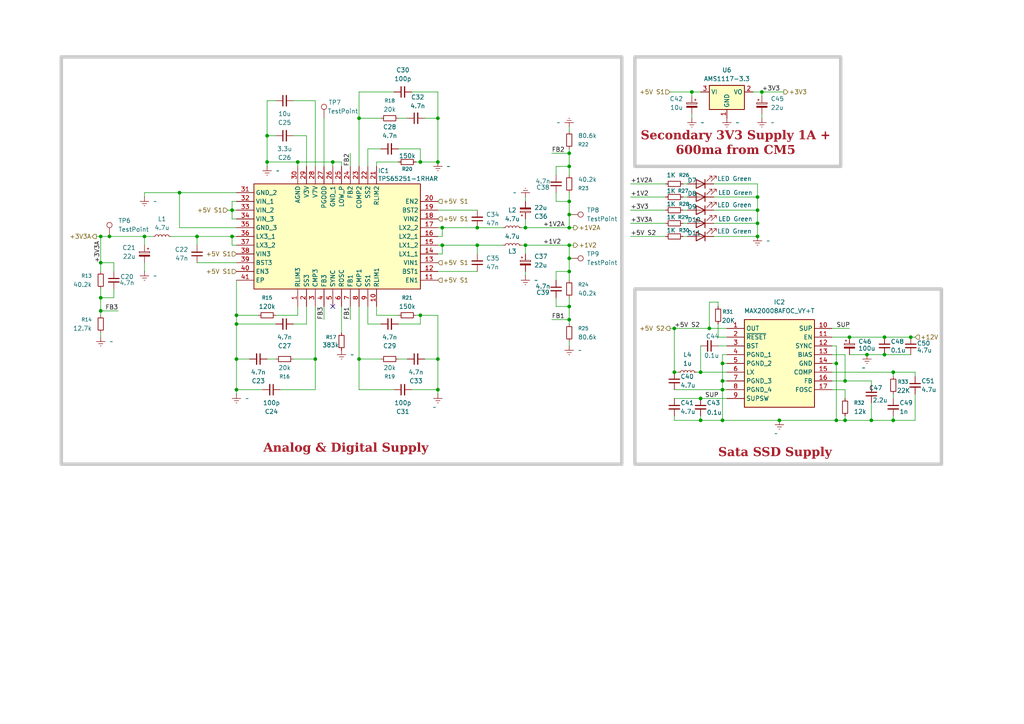
<source format=kicad_sch>
(kicad_sch (version 20250114) (generator "eeschema") (generator_version "9.0")
  (paper "A4")
  (rectangle (start 17.78 16.51) (end 180.34 134.62) (stroke (width 1) (color 200 200 200 1)))
  (rectangle (start 184.15 83.82) (end 273.05 134.62) (stroke (width 1) (color 200 200 200 1)))
  (rectangle (start 184.15 16.51) (end 243.84 48.26) (stroke (width 1) (color 200 200 200 1)))
  (text_box "Secondary 3V3 Supply 1A + 600ma from CM5\n" (at 182.88 39.37 0) (size 60.96 7.62) (margins 1.9049 1.9049 1.9049 1.9049) (stroke (width -0.0001)) (effects (font (size 2.54 2.54) (thickness 0.508) (bold yes)) (justify bottom)))
  (text_box "Analog & Digital Supply " (at 69.85 125.73 0) (size 60.96 7.62) (margins 1.9049 1.9049 1.9049 1.9049) (stroke (width -0.0001)) (effects (font (size 2.54 2.54) (thickness 0.508) (bold yes)) (justify bottom)))
  (text_box "Sata SSD Supply\n\n" (at 194.31 127 0) (size 60.96 7.62) (margins 1.9049 1.9049 1.9049 1.9049) (stroke (width -0.0001)) (effects (font (size 2.54 2.54) (thickness 0.508) (bold yes)) (justify bottom)))
  (junction (at 52.07 55.88))
  (junction (at 165.1 66.04))
  (junction (at 104.14 34.29))
  (junction (at 138.43 71.12))
  (junction (at 68.58 104.14))
  (junction (at 246.38 97.79))
  (junction (at 77.47 46.99))
  (junction (at 127 104.14))
  (junction (at 67.31 60.96))
  (junction (at 91.44 104.14))
  (junction (at 251.46 102.87))
  (junction (at 209.55 105.41))
  (junction (at 209.55 113.03))
  (junction (at 165.1 58.42))
  (junction (at 86.36 46.99))
  (junction (at 200.66 26.67))
  (junction (at 203.2 121.92))
  (junction (at 121.92 91.44))
  (junction (at 219.71 57.15))
  (junction (at 219.71 68.58))
  (junction (at 245.11 110.49))
  (junction (at 104.14 104.14))
  (junction (at 219.71 64.77))
  (junction (at 165.1 71.12))
  (junction (at 205.74 95.25))
  (junction (at 57.15 68.58))
  (junction (at 165.1 48.26))
  (junction (at 165.1 74.93))
  (junction (at 128.27 66.04))
  (junction (at 256.54 102.87))
  (junction (at 121.92 46.99))
  (junction (at 259.08 121.92))
  (junction (at 209.55 121.92))
  (junction (at 252.73 121.92))
  (junction (at 165.1 78.74))
  (junction (at 41.91 68.58))
  (junction (at 242.57 121.92))
  (junction (at 127 34.29))
  (junction (at 29.21 86.36))
  (junction (at 195.58 107.95))
  (junction (at 127 46.99))
  (junction (at 259.08 107.95))
  (junction (at 203.2 115.57))
  (junction (at 195.58 95.25))
  (junction (at 29.21 68.58))
  (junction (at 264.16 97.79))
  (junction (at 165.1 62.23))
  (junction (at 203.2 107.95))
  (junction (at 77.47 39.37))
  (junction (at 68.58 113.03))
  (junction (at 245.11 121.92))
  (junction (at 68.58 93.98))
  (junction (at 165.1 92.71))
  (junction (at 29.21 90.17))
  (junction (at 29.21 76.2))
  (junction (at 31.75 68.58))
  (junction (at 138.43 66.04))
  (junction (at 67.31 68.58))
  (junction (at 256.54 97.79))
  (junction (at 152.4 66.04))
  (junction (at 209.55 110.49))
  (junction (at 128.27 71.12))
  (junction (at 152.4 71.12))
  (junction (at 242.57 105.41))
  (junction (at 219.71 60.96))
  (junction (at 96.52 46.99))
  (junction (at 68.58 91.44))
  (junction (at 165.1 44.45))
  (junction (at 220.98 26.67))
  (junction (at 226.06 121.92))
  (junction (at 165.1 88.9))
  (junction (at 127 113.03))
  (no_connect (at 96.52 88.9))
  (wire (pts (xy 165.1 78.74) (xy 165.1 81.28)))
  (wire (pts (xy 219.71 57.15) (xy 207.01 57.15)))
  (wire (pts (xy 104.14 104.14) (xy 104.14 113.03)))
  (wire (pts (xy 68.58 93.98) (xy 68.58 91.44)))
  (wire (pts (xy 152.4 71.12) (xy 165.1 71.12)))
  (wire (pts (xy 207.01 68.58) (xy 219.71 68.58)))
  (wire (pts (xy 152.4 78.74) (xy 152.4 80.01)))
  (wire (pts (xy 203.2 100.33) (xy 203.2 107.95)))
  (wire (pts (xy 96.52 46.99) (xy 99.06 46.99)))
  (wire (pts (xy 127 34.29) (xy 127 46.99)))
  (wire (pts (xy 115.57 34.29) (xy 118.11 34.29)))
  (wire (pts (xy 265.43 121.92) (xy 259.08 121.92)))
  (wire (pts (xy 210.82 97.79) (xy 208.28 97.79)))
  (wire (pts (xy 220.98 27.94) (xy 220.98 26.67)))
  (wire (pts (xy 161.29 86.36) (xy 161.29 88.9)))
  (wire (pts (xy 29.21 68.58) (xy 29.21 76.2)))
  (wire (pts (xy 152.4 63.5) (xy 152.4 66.04)))
  (wire (pts (xy 119.38 26.67) (xy 127 26.67)))
  (wire (pts (xy 41.91 71.12) (xy 41.91 68.58)))
  (wire (pts (xy 77.47 39.37) (xy 80.01 39.37)))
  (wire (pts (xy 205.74 87.63) (xy 205.74 95.25)))
  (wire (pts (xy 68.58 113.03) (xy 68.58 114.3)))
  (wire (pts (xy 68.58 66.04) (xy 52.07 66.04)))
  (wire (pts (xy 198.12 60.96) (xy 199.39 60.96)))
  (wire (pts (xy 246.38 102.87) (xy 251.46 102.87)))
  (wire (pts (xy 259.08 120.65) (xy 259.08 121.92)))
  (wire (pts (xy 165.1 74.93) (xy 165.1 78.74)))
  (wire (pts (xy 152.4 58.42) (xy 152.4 57.15)))
  (wire (pts (xy 127 60.96) (xy 138.43 60.96)))
  (wire (pts (xy 160.02 44.45) (xy 165.1 44.45)))
  (wire (pts (xy 203.2 115.57) (xy 210.82 115.57)))
  (wire (pts (xy 67.31 68.58) (xy 68.58 68.58)))
  (wire (pts (xy 160.02 92.71) (xy 165.1 92.71)))
  (wire (pts (xy 209.55 105.41) (xy 209.55 110.49)))
  (wire (pts (xy 77.47 39.37) (xy 77.47 46.99)))
  (wire (pts (xy 68.58 81.28) (xy 68.58 91.44)))
  (wire (pts (xy 33.02 76.2) (xy 29.21 76.2)))
  (wire (pts (xy 101.6 44.45) (xy 101.6 48.26)))
  (wire (pts (xy 210.82 95.25) (xy 205.74 95.25)))
  (wire (pts (xy 198.12 68.58) (xy 199.39 68.58)))
  (wire (pts (xy 120.65 46.99) (xy 121.92 46.99)))
  (wire (pts (xy 67.31 63.5) (xy 67.31 60.96)))
  (wire (pts (xy 127 68.58) (xy 128.27 68.58)))
  (wire (pts (xy 121.92 43.18) (xy 121.92 46.99)))
  (wire (pts (xy 77.47 29.21) (xy 77.47 39.37)))
  (wire (pts (xy 80.01 104.14) (xy 77.47 104.14)))
  (wire (pts (xy 57.15 68.58) (xy 57.15 71.12)))
  (wire (pts (xy 251.46 102.87) (xy 256.54 102.87)))
  (wire (pts (xy 81.28 113.03) (xy 91.44 113.03)))
  (wire (pts (xy 210.82 102.87) (xy 209.55 102.87)))
  (wire (pts (xy 57.15 68.58) (xy 67.31 68.58)))
  (wire (pts (xy 104.14 34.29) (xy 104.14 48.26)))
  (wire (pts (xy 219.71 64.77) (xy 207.01 64.77)))
  (wire (pts (xy 219.71 57.15) (xy 219.71 60.96)))
  (wire (pts (xy 208.28 100.33) (xy 210.82 100.33)))
  (wire (pts (xy 115.57 93.98) (xy 121.92 93.98)))
  (wire (pts (xy 209.55 113.03) (xy 209.55 121.92)))
  (wire (pts (xy 127 46.99) (xy 121.92 46.99)))
  (wire (pts (xy 195.58 121.92) (xy 195.58 120.65)))
  (wire (pts (xy 219.71 64.77) (xy 219.71 68.58)))
  (wire (pts (xy 104.14 26.67) (xy 114.3 26.67)))
  (wire (pts (xy 33.02 83.82) (xy 33.02 86.36)))
  (wire (pts (xy 67.31 58.42) (xy 68.58 58.42)))
  (wire (pts (xy 161.29 55.88) (xy 161.29 58.42)))
  (wire (pts (xy 256.54 102.87) (xy 264.16 102.87)))
  (wire (pts (xy 120.65 91.44) (xy 121.92 91.44)))
  (wire (pts (xy 29.21 83.82) (xy 29.21 86.36)))
  (wire (pts (xy 209.55 110.49) (xy 210.82 110.49)))
  (wire (pts (xy 86.36 46.99) (xy 96.52 46.99)))
  (wire (pts (xy 67.31 60.96) (xy 67.31 58.42)))
  (wire (pts (xy 165.1 71.12) (xy 166.37 71.12)))
  (wire (pts (xy 241.3 105.41) (xy 242.57 105.41)))
  (wire (pts (xy 165.1 58.42) (xy 165.1 62.23)))
  (wire (pts (xy 123.19 34.29) (xy 127 34.29)))
  (wire (pts (xy 209.55 113.03) (xy 210.82 113.03)))
  (wire (pts (xy 165.1 92.71) (xy 165.1 93.98)))
  (wire (pts (xy 182.88 60.96) (xy 193.04 60.96)))
  (wire (pts (xy 109.22 88.9) (xy 109.22 91.44)))
  (wire (pts (xy 146.05 71.12) (xy 138.43 71.12)))
  (wire (pts (xy 245.11 110.49) (xy 241.3 110.49)))
  (wire (pts (xy 80.01 29.21) (xy 77.47 29.21)))
  (wire (pts (xy 182.88 53.34) (xy 193.04 53.34)))
  (wire (pts (xy 128.27 66.04) (xy 128.27 68.58)))
  (wire (pts (xy 209.55 110.49) (xy 209.55 113.03)))
  (wire (pts (xy 264.16 97.79) (xy 265.43 97.79)))
  (wire (pts (xy 29.21 97.79) (xy 29.21 96.52)))
  (wire (pts (xy 208.28 87.63) (xy 205.74 87.63)))
  (wire (pts (xy 29.21 90.17) (xy 29.21 91.44)))
  (wire (pts (xy 182.88 64.77) (xy 193.04 64.77)))
  (wire (pts (xy 161.29 50.8) (xy 161.29 48.26)))
  (wire (pts (xy 86.36 88.9) (xy 86.36 91.44)))
  (wire (pts (xy 198.12 53.34) (xy 199.39 53.34)))
  (wire (pts (xy 93.98 34.29) (xy 93.98 48.26)))
  (wire (pts (xy 182.88 68.58) (xy 193.04 68.58)))
  (wire (pts (xy 106.68 88.9) (xy 106.68 93.98)))
  (wire (pts (xy 109.22 46.99) (xy 115.57 46.99)))
  (wire (pts (xy 209.55 102.87) (xy 209.55 105.41)))
  (wire (pts (xy 220.98 33.02) (xy 220.98 34.29)))
  (wire (pts (xy 68.58 93.98) (xy 80.01 93.98)))
  (wire (pts (xy 165.1 55.88) (xy 165.1 58.42)))
  (wire (pts (xy 245.11 113.03) (xy 241.3 113.03)))
  (wire (pts (xy 195.58 95.25) (xy 195.58 107.95)))
  (wire (pts (xy 208.28 88.9) (xy 208.28 87.63)))
  (wire (pts (xy 209.55 121.92) (xy 203.2 121.92)))
  (wire (pts (xy 256.54 97.79) (xy 264.16 97.79)))
  (wire (pts (xy 242.57 105.41) (xy 242.57 121.92)))
  (wire (pts (xy 208.28 93.98) (xy 208.28 97.79)))
  (wire (pts (xy 242.57 100.33) (xy 242.57 105.41)))
  (wire (pts (xy 106.68 43.18) (xy 106.68 48.26)))
  (wire (pts (xy 123.19 104.14) (xy 127 104.14)))
  (wire (pts (xy 161.29 58.42) (xy 165.1 58.42)))
  (wire (pts (xy 41.91 55.88) (xy 52.07 55.88)))
  (wire (pts (xy 80.01 91.44) (xy 86.36 91.44)))
  (wire (pts (xy 29.21 86.36) (xy 29.21 90.17)))
  (wire (pts (xy 200.66 27.94) (xy 200.66 26.67)))
  (wire (pts (xy 195.58 113.03) (xy 209.55 113.03)))
  (wire (pts (xy 86.36 46.99) (xy 86.36 48.26)))
  (wire (pts (xy 241.3 102.87) (xy 245.11 102.87)))
  (wire (pts (xy 265.43 107.95) (xy 259.08 107.95)))
  (wire (pts (xy 138.43 66.04) (xy 146.05 66.04)))
  (wire (pts (xy 85.09 93.98) (xy 88.9 93.98)))
  (wire (pts (xy 101.6 92.71) (xy 101.6 88.9)))
  (wire (pts (xy 161.29 88.9) (xy 165.1 88.9)))
  (wire (pts (xy 33.02 78.74) (xy 33.02 76.2)))
  (wire (pts (xy 104.14 113.03) (xy 114.3 113.03)))
  (wire (pts (xy 241.3 107.95) (xy 259.08 107.95)))
  (wire (pts (xy 219.71 60.96) (xy 219.71 64.77)))
  (wire (pts (xy 152.4 66.04) (xy 151.13 66.04)))
  (wire (pts (xy 68.58 71.12) (xy 67.31 71.12)))
  (wire (pts (xy 138.43 71.12) (xy 138.43 73.66)))
  (wire (pts (xy 245.11 115.57) (xy 245.11 113.03)))
  (wire (pts (xy 182.88 57.15) (xy 193.04 57.15)))
  (wire (pts (xy 68.58 76.2) (xy 57.15 76.2)))
  (wire (pts (xy 119.38 113.03) (xy 127 113.03)))
  (wire (pts (xy 67.31 60.96) (xy 68.58 60.96)))
  (wire (pts (xy 165.1 44.45) (xy 165.1 48.26)))
  (wire (pts (xy 161.29 81.28) (xy 161.29 78.74)))
  (wire (pts (xy 165.1 62.23) (xy 165.1 66.04)))
  (wire (pts (xy 72.39 104.14) (xy 68.58 104.14)))
  (wire (pts (xy 52.07 66.04) (xy 52.07 55.88)))
  (wire (pts (xy 165.1 88.9) (xy 165.1 92.71)))
  (wire (pts (xy 245.11 121.92) (xy 242.57 121.92)))
  (wire (pts (xy 165.1 71.12) (xy 165.1 74.93)))
  (wire (pts (xy 265.43 109.22) (xy 265.43 107.95)))
  (wire (pts (xy 115.57 104.14) (xy 118.11 104.14)))
  (wire (pts (xy 165.1 66.04) (xy 166.37 66.04)))
  (wire (pts (xy 165.1 48.26) (xy 165.1 50.8)))
  (wire (pts (xy 241.3 95.25) (xy 246.38 95.25)))
  (wire (pts (xy 127 71.12) (xy 128.27 71.12)))
  (wire (pts (xy 152.4 71.12) (xy 151.13 71.12)))
  (wire (pts (xy 67.31 68.58) (xy 67.31 71.12)))
  (wire (pts (xy 226.06 121.92) (xy 242.57 121.92)))
  (wire (pts (xy 252.73 116.84) (xy 252.73 121.92)))
  (wire (pts (xy 127 91.44) (xy 127 104.14)))
  (wire (pts (xy 31.75 68.58) (xy 41.91 68.58)))
  (wire (pts (xy 152.4 73.66) (xy 152.4 71.12)))
  (wire (pts (xy 245.11 120.65) (xy 245.11 121.92)))
  (wire (pts (xy 68.58 91.44) (xy 74.93 91.44)))
  (wire (pts (xy 209.55 121.92) (xy 226.06 121.92)))
  (wire (pts (xy 41.91 57.15) (xy 41.91 55.88)))
  (wire (pts (xy 106.68 93.98) (xy 110.49 93.98)))
  (wire (pts (xy 195.58 121.92) (xy 203.2 121.92)))
  (wire (pts (xy 27.94 68.58) (xy 29.21 68.58)))
  (wire (pts (xy 152.4 66.04) (xy 165.1 66.04)))
  (wire (pts (xy 109.22 48.26) (xy 109.22 46.99)))
  (wire (pts (xy 245.11 102.87) (xy 245.11 110.49)))
  (wire (pts (xy 127 78.74) (xy 138.43 78.74)))
  (wire (pts (xy 127 26.67) (xy 127 34.29)))
  (wire (pts (xy 127 66.04) (xy 128.27 66.04)))
  (wire (pts (xy 85.09 104.14) (xy 91.44 104.14)))
  (wire (pts (xy 93.98 92.71) (xy 93.98 88.9)))
  (wire (pts (xy 161.29 48.26) (xy 165.1 48.26)))
  (wire (pts (xy 201.93 107.95) (xy 203.2 107.95)))
  (wire (pts (xy 88.9 88.9) (xy 88.9 93.98)))
  (wire (pts (xy 259.08 115.57) (xy 259.08 114.3)))
  (wire (pts (xy 106.68 43.18) (xy 110.49 43.18)))
  (wire (pts (xy 241.3 97.79) (xy 246.38 97.79)))
  (wire (pts (xy 104.14 34.29) (xy 110.49 34.29)))
  (wire (pts (xy 127 114.3) (xy 127 113.03)))
  (wire (pts (xy 91.44 29.21) (xy 91.44 48.26)))
  (wire (pts (xy 91.44 88.9) (xy 91.44 104.14)))
  (wire (pts (xy 207.01 60.96) (xy 219.71 60.96)))
  (wire (pts (xy 220.98 26.67) (xy 227.33 26.67)))
  (wire (pts (xy 195.58 115.57) (xy 203.2 115.57)))
  (wire (pts (xy 245.11 110.49) (xy 252.73 110.49)))
  (wire (pts (xy 259.08 121.92) (xy 252.73 121.92)))
  (wire (pts (xy 203.2 107.95) (xy 210.82 107.95)))
  (wire (pts (xy 109.22 91.44) (xy 115.57 91.44)))
  (wire (pts (xy 265.43 114.3) (xy 265.43 121.92)))
  (wire (pts (xy 41.91 76.2) (xy 41.91 78.74)))
  (wire (pts (xy 88.9 39.37) (xy 88.9 48.26)))
  (wire (pts (xy 67.31 63.5) (xy 68.58 63.5)))
  (wire (pts (xy 203.2 121.92) (xy 203.2 120.65)))
  (wire (pts (xy 220.98 26.67) (xy 218.44 26.67)))
  (wire (pts (xy 194.31 26.67) (xy 200.66 26.67)))
  (wire (pts (xy 49.53 68.58) (xy 57.15 68.58)))
  (wire (pts (xy 104.14 104.14) (xy 110.49 104.14)))
  (wire (pts (xy 68.58 104.14) (xy 68.58 113.03)))
  (wire (pts (xy 165.1 36.83) (xy 165.1 38.1)))
  (wire (pts (xy 29.21 76.2) (xy 29.21 78.74)))
  (wire (pts (xy 127 73.66) (xy 128.27 73.66)))
  (wire (pts (xy 33.02 86.36) (xy 29.21 86.36)))
  (wire (pts (xy 91.44 104.14) (xy 91.44 113.03)))
  (wire (pts (xy 195.58 107.95) (xy 196.85 107.95)))
  (wire (pts (xy 200.66 33.02) (xy 200.66 34.29)))
  (wire (pts (xy 194.31 95.25) (xy 195.58 95.25)))
  (wire (pts (xy 104.14 26.67) (xy 104.14 34.29)))
  (wire (pts (xy 252.73 110.49) (xy 252.73 111.76)))
  (wire (pts (xy 66.04 60.96) (xy 67.31 60.96)))
  (wire (pts (xy 128.27 71.12) (xy 128.27 73.66)))
  (wire (pts (xy 165.1 44.45) (xy 165.1 43.18)))
  (wire (pts (xy 127 104.14) (xy 127 113.03)))
  (wire (pts (xy 29.21 68.58) (xy 31.75 68.58)))
  (wire (pts (xy 34.29 90.17) (xy 29.21 90.17)))
  (wire (pts (xy 161.29 78.74) (xy 165.1 78.74)))
  (wire (pts (xy 165.1 86.36) (xy 165.1 88.9)))
  (wire (pts (xy 219.71 53.34) (xy 219.71 57.15)))
  (wire (pts (xy 207.01 53.34) (xy 219.71 53.34)))
  (wire (pts (xy 252.73 121.92) (xy 245.11 121.92)))
  (wire (pts (xy 52.07 55.88) (xy 68.58 55.88)))
  (wire (pts (xy 121.92 91.44) (xy 127 91.44)))
  (wire (pts (xy 246.38 97.79) (xy 256.54 97.79)))
  (wire (pts (xy 68.58 113.03) (xy 76.2 113.03)))
  (wire (pts (xy 198.12 57.15) (xy 199.39 57.15)))
  (wire (pts (xy 115.57 43.18) (xy 121.92 43.18)))
  (wire (pts (xy 209.55 105.41) (xy 210.82 105.41)))
  (wire (pts (xy 165.1 100.33) (xy 165.1 99.06)))
  (wire (pts (xy 68.58 93.98) (xy 68.58 104.14)))
  (wire (pts (xy 99.06 48.26) (xy 99.06 46.99)))
  (wire (pts (xy 205.74 95.25) (xy 195.58 95.25)))
  (wire (pts (xy 96.52 46.99) (xy 96.52 48.26)))
  (wire (pts (xy 198.12 64.77) (xy 199.39 64.77)))
  (wire (pts (xy 85.09 29.21) (xy 91.44 29.21)))
  (wire (pts (xy 121.92 93.98) (xy 121.92 91.44)))
  (wire (pts (xy 77.47 46.99) (xy 77.47 48.26)))
  (wire (pts (xy 104.14 88.9) (xy 104.14 104.14)))
  (wire (pts (xy 128.27 71.12) (xy 138.43 71.12)))
  (wire (pts (xy 200.66 26.67) (xy 203.2 26.67)))
  (wire (pts (xy 85.09 39.37) (xy 88.9 39.37)))
  (wire (pts (xy 99.06 88.9) (xy 99.06 96.52)))
  (wire (pts (xy 86.36 46.99) (xy 77.47 46.99)))
  (wire (pts (xy 259.08 107.95) (xy 259.08 109.22)))
  (wire (pts (xy 128.27 66.04) (xy 138.43 66.04)))
  (wire (pts (xy 241.3 100.33) (xy 242.57 100.33)))
  (wire (pts (xy 41.91 68.58) (xy 44.45 68.58)))
  (label "+3V3A" (at 29.21 76.2 90))
  (label "SUP" (at 204.47 115.57 0))
  (label "+3V3" (at 220.98 26.67 0))
  (label "+1V2A" (at 157.48 66.04 0))
  (label "FB2" (at 160.02 44.45 0))
  (label "+1V2" (at 182.88 57.15 0))
  (label "+5V S2" (at 195.58 95.25 0))
  (label "+3V3A" (at 182.88 64.77 0))
  (label "+1V2" (at 157.48 71.12 0))
  (label "FB2" (at 101.6 44.45 270))
  (label "+1V2A" (at 182.88 53.34 0))
  (label "FB1" (at 160.02 92.71 0))
  (label "FB3" (at 34.29 90.17 180))
  (label "FB3" (at 93.98 92.71 90))
  (label "+3V3" (at 182.88 60.96 0))
  (label "FB1" (at 101.6 92.71 90))
  (label "+5V S2" (at 182.88 68.58 0))
  (label "SUP" (at 242.57 95.25 0))
  (hierarchical_label "+5V S1" (shape input) (at 68.58 78.74 180))
  (hierarchical_label "+12V" (shape input) (at 265.43 97.79 0))
  (hierarchical_label "+5V S1" (shape input) (at 127 58.42 0))
  (hierarchical_label "+1V2" (shape output) (at 166.37 71.12 0))
  (hierarchical_label "+5V S2" (shape output) (at 194.31 95.25 180))
  (hierarchical_label "+5V S1" (shape input) (at 194.31 26.67 180))
  (hierarchical_label "+5V S1" (shape input) (at 127 63.5 0))
  (hierarchical_label "+3V3" (shape output) (at 227.33 26.67 0))
  (hierarchical_label "+1V2A" (shape output) (at 166.37 66.04 0))
  (hierarchical_label "+5V S1" (shape input) (at 127 76.2 0))
  (hierarchical_label "+5V S1" (shape input) (at 66.04 60.96 180))
  (hierarchical_label "+5V S1" (shape input) (at 127 81.28 0))
  (hierarchical_label "+3V3A" (shape output) (at 27.94 68.58 180))
  (hierarchical_label "+5V S1" (shape input) (at 68.58 73.66 180))
  (symbol (lib_id "Device:LED") (at 203.2 57.15 180) (unit 1)
    (property "Reference" "D8" (at 199.39 56.134 0) (effects (justify right)))
    (property "Value" "LED Green" (at 208.28 55.88 0) (effects (justify right)))
    (property "Footprint" "LED_SMD:LED_0603_1608Metric" (effects (hide yes)))
    (property "Datasheet" "http://optoelectronics.liteon.com/upload/download/DS22-2000-226/LTST-S270KGKT.pdf" (effects (hide yes)))
    (property "Field4" "Digikey " (effects (hide yes)))
    (property "Field5" "LTST-S270KGKT" (effects (hide yes)))
    (property "Field6" "SML-A12M8TT86N" (effects (hide yes)))
    (property "Field7" "Rohm" (effects (hide yes)))
    (property "Field8" "650263301" (effects (hide yes)))
    (property "Part Description" "	Green 572nm LED Indication - Discrete 2.2V 2-SMD, No Lead" (effects (hide yes)))
  )
  (symbol (lib_id "Device:L_Small") (at 148.59 66.04 90) (unit 1)
    (property "Reference" "L2" (at 148.59 60.96 90))
    (property "Value" "4.7u" (at 148.59 63.5 90))
    (property "Footprint" "SRN5040-4R7M:INDPM5050X400N" (effects (hide yes)))
    (property "Description" "Inductor, small symbol" (effects (hide yes)))
  )
  (symbol (lib_id "Device:R_Small") (at 195.58 53.34 270) (mirror x) (unit 1)
    (property "Reference" "R26" (at 196.8501 50.8 90) (effects (font (size 1.016 1.016)) (justify left)))
    (property "Value" "1K" (at 193.294 50.8 90) (effects (justify left)))
    (property "Footprint" "Resistor_SMD:R_0603_1608Metric" (effects (hide yes)))
    (property "Description" "Resistor, small symbol" (effects (hide yes)))
  )
  (symbol (lib_id "power:Earth") (at 68.58 114.3 0) (unit 1)
    (property "Reference" "#PWR038" (effects (hide yes)))
    (property "Value" "~" (at 71.12 115.57 0) (effects (justify left)))
    (property "Description" "Power symbol creates a global label with name \"Earth\"" (effects (hide yes)))
  )
  (symbol (lib_id "Device:C_Small") (at 203.2 118.11 0) (unit 1)
    (property "Reference" "C43" (at 204.978 116.84 0) (effects (justify left)))
    (property "Value" "0.1u" (at 204.978 119.634 0) (effects (justify left)))
    (property "Footprint" "Capacitor_SMD:C_0603_1608Metric" (effects (hide yes)))
    (property "Description" "Unpolarized capacitor, small symbol" (effects (hide yes)))
  )
  (symbol (lib_id "Device:C_Small") (at 82.55 93.98 270) (unit 1)
    (property "Reference" "C27" (at 82.5437 100.33 90))
    (property "Value" "4.7n" (at 82.5437 97.79 90))
    (property "Footprint" "Capacitor_SMD:C_0603_1608Metric" (effects (hide yes)))
    (property "Description" "Unpolarized capacitor, small symbol" (effects (hide yes)))
  )
  (symbol (lib_id "power:Earth") (at 77.47 48.26 0) (mirror y) (unit 1)
    (property "Reference" "#PWR039" (effects (hide yes)))
    (property "Value" "~" (at 80.01 49.53 0) (effects (justify right)))
    (property "Description" "Power symbol creates a global label with name \"Earth\"" (effects (hide yes)))
  )
  (symbol (lib_id "Device:R_Small") (at 77.47 91.44 270) (mirror x) (unit 1)
    (property "Reference" "R15" (at 77.47 86.36 90) (effects (font (size 1.016 1.016))))
    (property "Value" "120k" (at 77.47 88.9 90))
    (property "Footprint" "Resistor_SMD:R_0603_1608Metric" (effects (hide yes)))
    (property "Description" "Resistor, small symbol" (effects (hide yes)))
  )
  (symbol (lib_id "Device:LED") (at 203.2 53.34 180) (unit 1)
    (property "Reference" "D7" (at 199.39 52.324 0) (effects (justify right)))
    (property "Value" "LED Green" (at 208.026 51.816 0) (effects (justify right)))
    (property "Footprint" "LED_SMD:LED_0603_1608Metric" (effects (hide yes)))
    (property "Datasheet" "http://optoelectronics.liteon.com/upload/download/DS22-2000-226/LTST-S270KGKT.pdf" (effects (hide yes)))
    (property "Field4" "Digikey " (effects (hide yes)))
    (property "Field5" "LTST-S270KGKT" (effects (hide yes)))
    (property "Field6" "SML-A12M8TT86N" (effects (hide yes)))
    (property "Field7" "Rohm" (effects (hide yes)))
    (property "Field8" "650263301" (effects (hide yes)))
    (property "Part Description" "	Green 572nm LED Indication - Discrete 2.2V 2-SMD, No Lead" (effects (hide yes)))
  )
  (symbol (lib_id "Device:C_Small") (at 33.02 81.28 0) (unit 1)
    (property "Reference" "C20" (at 36.83 80.264 0))
    (property "Value" "4.7n" (at 36.83 82.042 0))
    (property "Footprint" "Capacitor_SMD:C_0603_1608Metric" (effects (hide yes)))
    (property "Description" "Unpolarized capacitor, small symbol" (effects (hide yes)))
  )
  (symbol (lib_id "Device:C_Small") (at 161.29 53.34 180) (unit 1)
    (property "Reference" "C38" (at 157.48 54.356 0))
    (property "Value" "4.7n" (at 157.48 52.578 0))
    (property "Footprint" "Capacitor_SMD:C_0603_1608Metric" (effects (hide yes)))
    (property "Description" "Unpolarized capacitor, small symbol" (effects (hide yes)))
  )
  (symbol (lib_id "Device:C_Small") (at 116.84 26.67 90) (unit 1)
    (property "Reference" "C30" (at 116.8463 20.32 90))
    (property "Value" "100p" (at 116.8463 22.86 90))
    (property "Footprint" "Capacitor_SMD:C_0603_1608Metric" (effects (hide yes)))
    (property "Description" "Unpolarized capacitor, small symbol" (effects (hide yes)))
  )
  (symbol (lib_id "Device:C_Small") (at 82.55 39.37 90) (mirror x) (unit 1)
    (property "Reference" "C26" (at 82.5563 45.72 90))
    (property "Value" "3.3u" (at 82.5563 43.18 90))
    (property "Footprint" "Capacitor_SMD:C_0603_1608Metric" (effects (hide yes)))
    (property "Description" "Unpolarized capacitor, small symbol" (effects (hide yes)))
  )
  (symbol (lib_id "MAX20008AFOC_VY+T:MAX20008AFOC_VY+T") (at 210.82 95.25 0) (unit 1)
    (property "Reference" "IC2" (at 226.06 87.63 0))
    (property "Value" "MAX20008AFOC_VY+T" (at 226.06 90.17 0))
    (property "Footprint" "MAX20008AFOC_VY+T:MAX20008AFOCVYT" (effects (hide yes)))
    (property "Datasheet" "https://componentsearchengine.com//MAX20008AFOC_VY+T.pdf" (effects (hide yes)))
    (property "Description" "Switching Voltage Regulators 36V, 220kHz to 2.2MHz, 4A/6A/8A Fully integrated step down converter" (effects (hide yes)))
    (property "Height" "0.75" (effects (hide yes)))
    (property "Manufacturer_Name" "Analog Devices" (effects (hide yes)))
    (property "Manufacturer_Part_Number" "MAX20008AFOC/VY+T" (effects (hide yes)))
    (property "Mouser Part Number" "700-MAX20008AFOC/VYT" (effects (hide yes)))
    (property "Mouser Price/Stock" "https://www.mouser.co.uk/ProductDetail/Analog-Devices-Maxim-Integrated/MAX20008AFOC-VY%2bT?qs=vLWxofP3U2wvQQR8GkDmgw%3D%3D" (effects (hide yes)))
    (property "Arrow Part Number" "MAX20008AFOC/VY+T" (effects (hide yes)))
    (property "Arrow Price/Stock" "https://www.arrow.com/en/products/max20008afocvyt/maxim-integrated?region=nac" (effects (hide yes)))
  )
  (symbol (lib_id "Device:C_Small") (at 195.58 118.11 0) (unit 1)
    (property "Reference" "C41" (at 197.358 116.84 0) (effects (justify left)))
    (property "Value" "4.7u" (at 197.358 119.38 0) (effects (justify left)))
    (property "Footprint" "Capacitor_SMD:C_0603_1608Metric" (effects (hide yes)))
    (property "Description" "Unpolarized capacitor, small symbol" (effects (hide yes)))
  )
  (symbol (lib_id "Device:R_Small") (at 195.58 64.77 270) (mirror x) (unit 1)
    (property "Reference" "R29" (at 196.596 62.992 90) (effects (font (size 1.016 1.016)) (justify left)))
    (property "Value" "1K" (at 193.294 62.992 90) (effects (justify left)))
    (property "Footprint" "Resistor_SMD:R_0603_1608Metric" (effects (hide yes)))
    (property "Description" "Resistor, small symbol" (effects (hide yes)))
  )
  (symbol (lib_id "Connector:TestPoint") (at 31.75 68.58 0) (unit 1)
    (property "Reference" "TP6" (at 34.29 64.0079 0) (effects (justify left)))
    (property "Value" "TestPoint" (at 34.29 66.5479 0) (effects (justify left)))
    (property "Footprint" "TestPoint:TestPoint_Pad_1.0x1.0mm" (effects (hide yes)))
    (property "Description" "test point" (effects (hide yes)))
  )
  (symbol (lib_id "power:Earth") (at 219.71 68.58 0) (unit 1)
    (property "Reference" "#PWR049" (effects (hide yes)))
    (property "Value" "~" (at 222.25 69.85 0) (effects (justify left)))
    (property "Description" "Power symbol creates a global label with name \"Earth\"" (effects (hide yes)))
  )
  (symbol (lib_id "Regulator_Linear:AMS1117-3.3") (at 210.82 26.67 0) (unit 1)
    (property "Reference" "U6" (at 210.82 20.32 0))
    (property "Value" "AMS1117-3.3" (at 210.82 22.86 0))
    (property "Footprint" "Package_TO_SOT_SMD:SOT-223-3_TabPin2" (effects (hide yes)))
    (property "Datasheet" "http://www.advanced-monolithic.com/pdf/ds1117.pdf" (effects (hide yes)))
    (property "Description" "1A Low Dropout regulator, positive, 3.3V fixed output, SOT-223" (effects (hide yes)))
  )
  (symbol (lib_id "Device:R_Small") (at 113.03 34.29 90) (unit 1)
    (property "Reference" "R18" (at 113.03 29.21 90) (effects (font (size 1.016 1.016))))
    (property "Value" "20k" (at 113.03 31.75 90))
    (property "Footprint" "Resistor_SMD:R_0603_1608Metric" (effects (hide yes)))
    (property "Description" "Resistor, small symbol" (effects (hide yes)))
  )
  (symbol (lib_id "Device:LED") (at 203.2 60.96 180) (unit 1)
    (property "Reference" "D9" (at 199.39 59.944 0) (effects (justify right)))
    (property "Value" "LED Green" (at 208.026 59.436 0) (effects (justify right)))
    (property "Footprint" "LED_SMD:LED_0603_1608Metric" (effects (hide yes)))
    (property "Datasheet" "http://optoelectronics.liteon.com/upload/download/DS22-2000-226/LTST-S270KGKT.pdf" (effects (hide yes)))
    (property "Field4" "Digikey " (effects (hide yes)))
    (property "Field5" "LTST-S270KGKT" (effects (hide yes)))
    (property "Field6" "SML-A12M8TT86N" (effects (hide yes)))
    (property "Field7" "Rohm" (effects (hide yes)))
    (property "Field8" "650263301" (effects (hide yes)))
    (property "Part Description" "	Green 572nm LED Indication - Discrete 2.2V 2-SMD, No Lead" (effects (hide yes)))
  )
  (symbol (lib_id "Connector:TestPoint") (at 165.1 62.23 270) (unit 1)
    (property "Reference" "TP8" (at 170.18 60.9599 90) (effects (justify left)))
    (property "Value" "TestPoint" (at 170.18 63.4999 90) (effects (justify left)))
    (property "Footprint" "TestPoint:TestPoint_Pad_1.0x1.0mm" (effects (hide yes)))
    (property "Description" "test point" (effects (hide yes)))
  )
  (symbol (lib_id "Device:R_Small") (at 245.11 118.11 0) (unit 1)
    (property "Reference" "R32" (at 247.65 116.8399 0) (effects (font (size 1.016 1.016)) (justify left)))
    (property "Value" "12k" (at 247.65 119.3799 0) (effects (justify left)))
    (property "Footprint" "Resistor_SMD:R_0603_1608Metric" (effects (hide yes)))
    (property "Description" "Resistor, small symbol" (effects (hide yes)))
  )
  (symbol (lib_id "Device:R_Small") (at 165.1 83.82 0) (unit 1)
    (property "Reference" "R24" (at 167.64 82.5499 0) (effects (font (size 1.016 1.016)) (justify left)))
    (property "Value" "40.2k" (at 167.64 85.0899 0) (effects (justify left)))
    (property "Footprint" "Resistor_SMD:R_0603_1608Metric" (effects (hide yes)))
    (property "Description" "Resistor, small symbol" (effects (hide yes)))
  )
  (symbol (lib_id "Device:C_Small") (at 256.54 100.33 0) (unit 1)
    (property "Reference" "C48" (at 258.318 99.06 0) (effects (justify left)))
    (property "Value" "0.1u" (at 258.318 101.6 0) (effects (justify left)))
    (property "Footprint" "Capacitor_SMD:C_0603_1608Metric" (effects (hide yes)))
    (property "Description" "Unpolarized capacitor, small symbol" (effects (hide yes)))
  )
  (symbol (lib_id "power:Earth") (at 127 46.99 0) (mirror y) (unit 1)
    (property "Reference" "#PWR041" (effects (hide yes)))
    (property "Value" "~" (at 129.54 48.26 0) (effects (justify right)))
    (property "Description" "Power symbol creates a global label with name \"Earth\"" (effects (hide yes)))
  )
  (symbol (lib_id "power:Earth") (at 41.91 57.15 0) (unit 1)
    (property "Reference" "#PWR036" (effects (hide yes)))
    (property "Value" "~" (at 44.45 58.42 0) (effects (justify left)))
    (property "Description" "Power symbol creates a global label with name \"Earth\"" (effects (hide yes)))
  )
  (symbol (lib_id "Device:C_Polarized_Small") (at 200.66 30.48 0) (mirror y) (unit 1)
    (property "Reference" "C42" (at 198.12 28.6638 0) (effects (justify left)))
    (property "Value" "10u" (at 198.12 31.2038 0) (effects (justify left)))
    (property "Footprint" "EEEFK1H100UR:CAP_EEEFK1H100UR" (effects (hide yes)))
    (property "Description" "Polarized capacitor, small symbol" (effects (hide yes)))
  )
  (symbol (lib_id "Device:LED") (at 203.2 64.77 180) (unit 1)
    (property "Reference" "D10" (at 199.39 63.754 0) (effects (justify right)))
    (property "Value" "LED Green" (at 208.28 63.5 0) (effects (justify right)))
    (property "Footprint" "LED_SMD:LED_0603_1608Metric" (effects (hide yes)))
    (property "Datasheet" "http://optoelectronics.liteon.com/upload/download/DS22-2000-226/LTST-S270KGKT.pdf" (effects (hide yes)))
    (property "Field4" "Digikey " (effects (hide yes)))
    (property "Field5" "LTST-S270KGKT" (effects (hide yes)))
    (property "Field6" "SML-A12M8TT86N" (effects (hide yes)))
    (property "Field7" "Rohm" (effects (hide yes)))
    (property "Field8" "650263301" (effects (hide yes)))
    (property "Part Description" "	Green 572nm LED Indication - Discrete 2.2V 2-SMD, No Lead" (effects (hide yes)))
  )
  (symbol (lib_id "Device:C_Polarized_Small") (at 220.98 30.48 0) (unit 1)
    (property "Reference" "C45" (at 223.52 28.6638 0) (effects (justify left)))
    (property "Value" "22u" (at 223.52 31.2038 0) (effects (justify left)))
    (property "Footprint" "EEEFK1A220AR:CAP_EEEFK1A220AR" (effects (hide yes)))
    (property "Description" "Polarized capacitor, small symbol" (effects (hide yes)))
  )
  (symbol (lib_id "Device:C_Polarized_Small") (at 152.4 60.96 0) (mirror x) (unit 1)
    (property "Reference" "C36" (at 154.94 62.7762 0) (effects (justify left)))
    (property "Value" "22u" (at 154.94 60.2362 0) (effects (justify left)))
    (property "Footprint" "EEEFK1A220AR:CAP_EEEFK1A220AR" (effects (hide yes)))
    (property "Description" "Polarized capacitor, small symbol" (effects (hide yes)))
  )
  (symbol (lib_id "Device:C_Small") (at 82.55 29.21 90) (mirror x) (unit 1)
    (property "Reference" "C25" (at 82.5563 35.56 90))
    (property "Value" "10u" (at 82.5563 33.02 90))
    (property "Footprint" "Capacitor_SMD:C_0603_1608Metric" (effects (hide yes)))
    (property "Description" "Unpolarized capacitor, small symbol" (effects (hide yes)))
  )
  (symbol (lib_id "Device:R_Small") (at 29.21 93.98 0) (mirror y) (unit 1)
    (property "Reference" "R14" (at 26.67 92.7099 0) (effects (font (size 1.016 1.016)) (justify left)))
    (property "Value" "12.7k" (at 26.67 95.2499 0) (effects (justify left)))
    (property "Footprint" "Resistor_SMD:R_0603_1608Metric" (effects (hide yes)))
    (property "Description" "Resistor, small symbol" (effects (hide yes)))
  )
  (symbol (lib_id "Device:C_Small") (at 252.73 114.3 0) (mirror x) (unit 1)
    (property "Reference" "C47" (at 254 112.522 0))
    (property "Value" "2.2u" (at 255.27 116.078 0))
    (property "Footprint" "Capacitor_SMD:C_0603_1608Metric" (effects (hide yes)))
    (property "Description" "Unpolarized capacitor, small symbol" (effects (hide yes)))
  )
  (symbol (lib_id "power:Earth") (at 152.4 57.15 0) (mirror x) (unit 1)
    (property "Reference" "#PWR043" (effects (hide yes)))
    (property "Value" "~" (at 149.86 55.88 0) (effects (justify right)))
    (property "Description" "Power symbol creates a global label with name \"Earth\"" (effects (hide yes)))
  )
  (symbol (lib_id "power:Earth") (at 127 114.3 0) (unit 1)
    (property "Reference" "#PWR042" (effects (hide yes)))
    (property "Value" "~" (at 125.476 118.11 0) (effects (justify left)))
    (property "Description" "Power symbol creates a global label with name \"Earth\"" (effects (hide yes)))
  )
  (symbol (lib_id "Device:LED") (at 203.2 68.58 180) (unit 1)
    (property "Reference" "D11" (at 199.39 67.564 0) (effects (justify right)))
    (property "Value" "LED Green" (at 208.026 67.056 0) (effects (justify right)))
    (property "Footprint" "LED_SMD:LED_0603_1608Metric" (effects (hide yes)))
    (property "Datasheet" "http://optoelectronics.liteon.com/upload/download/DS22-2000-226/LTST-S270KGKT.pdf" (effects (hide yes)))
    (property "Field4" "Digikey " (effects (hide yes)))
    (property "Field5" "LTST-S270KGKT" (effects (hide yes)))
    (property "Field6" "SML-A12M8TT86N" (effects (hide yes)))
    (property "Field7" "Rohm" (effects (hide yes)))
    (property "Field8" "650263301" (effects (hide yes)))
    (property "Part Description" "	Green 572nm LED Indication - Discrete 2.2V 2-SMD, No Lead" (effects (hide yes)))
  )
  (symbol (lib_id "Device:R_Small") (at 259.08 111.76 0) (unit 1)
    (property "Reference" "R33" (at 260.35 110.744 0) (effects (font (size 1.016 1.016)) (justify left)))
    (property "Value" "22K" (at 260.096 113.284 0) (effects (justify left)))
    (property "Footprint" "Resistor_SMD:R_0603_1608Metric" (effects (hide yes)))
    (property "Description" "Resistor, small symbol" (effects (hide yes)))
  )
  (symbol (lib_id "Device:R_Small") (at 208.28 91.44 0) (unit 1)
    (property "Reference" "R31" (at 209.55 90.424 0) (effects (font (size 1.016 1.016)) (justify left)))
    (property "Value" "20K" (at 209.296 92.964 0) (effects (justify left)))
    (property "Footprint" "Resistor_SMD:R_0603_1608Metric" (effects (hide yes)))
    (property "Description" "Resistor, small symbol" (effects (hide yes)))
  )
  (symbol (lib_id "Device:R_Small") (at 82.55 104.14 270) (unit 1)
    (property "Reference" "R16" (at 82.55 109.22 90) (effects (font (size 1.016 1.016))))
    (property "Value" "20k" (at 82.55 106.68 90))
    (property "Footprint" "Resistor_SMD:R_0603_1608Metric" (effects (hide yes)))
    (property "Description" "Resistor, small symbol" (effects (hide yes)))
  )
  (symbol (lib_id "power:Earth") (at 251.46 102.87 0) (unit 1)
    (property "Reference" "#PWR052" (effects (hide yes)))
    (property "Value" "~" (at 249.936 106.68 0) (effects (justify left)))
    (property "Description" "Power symbol creates a global label with name \"Earth\"" (effects (hide yes)))
  )
  (symbol (lib_id "Device:C_Polarized_Small") (at 152.4 76.2 0) (unit 1)
    (property "Reference" "C37" (at 154.94 74.3838 0) (effects (justify left)))
    (property "Value" "22u" (at 154.94 76.9238 0) (effects (justify left)))
    (property "Footprint" "EEEFK1A220AR:CAP_EEEFK1A220AR" (effects (hide yes)))
    (property "Description" "Polarized capacitor, small symbol" (effects (hide yes)))
  )
  (symbol (lib_id "Device:R_Small") (at 195.58 60.96 270) (mirror x) (unit 1)
    (property "Reference" "R28" (at 196.85 59.182 90) (effects (font (size 1.016 1.016)) (justify left)))
    (property "Value" "1K" (at 193.294 59.182 90) (effects (justify left)))
    (property "Footprint" "Resistor_SMD:R_0603_1608Metric" (effects (hide yes)))
    (property "Description" "Resistor, small symbol" (effects (hide yes)))
  )
  (symbol (lib_id "power:Earth") (at 99.06 101.6 0) (unit 1)
    (property "Reference" "#PWR040" (effects (hide yes)))
    (property "Value" "~" (at 101.6 102.87 0) (effects (justify left)))
    (property "Description" "Power symbol creates a global label with name \"Earth\"" (effects (hide yes)))
  )
  (symbol (lib_id "power:Earth") (at 165.1 36.83 0) (mirror x) (unit 1)
    (property "Reference" "#PWR045" (effects (hide yes)))
    (property "Value" "~" (at 162.56 35.56 0) (effects (justify right)))
    (property "Description" "Power symbol creates a global label with name \"Earth\"" (effects (hide yes)))
  )
  (symbol (lib_id "Device:L_Small") (at 148.59 71.12 90) (unit 1)
    (property "Reference" "L3" (at 148.59 72.898 90))
    (property "Value" "4.7u" (at 148.59 68.58 90))
    (property "Footprint" "SRN5040-4R7M:INDPM5050X400N" (effects (hide yes)))
    (property "Description" "Inductor, small symbol" (effects (hide yes)))
  )
  (symbol (lib_id "Device:C_Small") (at 161.29 83.82 0) (mirror y) (unit 1)
    (property "Reference" "C39" (at 157.48 84.836 0))
    (property "Value" "4.7n" (at 157.48 83.058 0))
    (property "Footprint" "Capacitor_SMD:C_0603_1608Metric" (effects (hide yes)))
    (property "Description" "Unpolarized capacitor, small symbol" (effects (hide yes)))
  )
  (symbol (lib_id "TPS65251-1RHAR:TPS65251-1RHAR") (at 86.36 88.9 90) (unit 1)
    (property "Reference" "IC1" (at 111.252 49.53 90))
    (property "Value" "TPS65251-1RHAR" (at 118.364 51.816 90))
    (property "Footprint" "TPS65251-1RHAR:QFN50P600X600X100-41N-D" (effects (hide yes)))
    (property "Datasheet" "http://www.ti.com/lit/gpn/TPS65251-1" (effects (hide yes)))
    (property "Description" "4.5-V to 18-V input, 3A/2A/2A output, Synchronous triple buck converter" (effects (hide yes)))
    (property "Height" "1" (effects (hide yes)))
    (property "Manufacturer_Name" "Texas Instruments" (effects (hide yes)))
    (property "Manufacturer_Part_Number" "TPS65251-1RHAR" (effects (hide yes)))
    (property "Mouser Part Number" "595-TPS65251-1RHAR" (effects (hide yes)))
    (property "Mouser Price/Stock" "https://www.mouser.co.uk/ProductDetail/Texas-Instruments/TPS65251-1RHAR?qs=JRStGrVgRuSy8em9PUe0zA%3D%3D" (effects (hide yes)))
    (property "Arrow Part Number" "TPS65251-1RHAR" (effects (hide yes)))
    (property "Arrow Price/Stock" "https://www.arrow.com/en/products/tps65251-1rhar/texas-instruments?region=nac" (effects (hide yes)))
  )
  (symbol (lib_id "power:Earth") (at 226.06 121.92 0) (unit 1)
    (property "Reference" "#PWR051" (effects (hide yes)))
    (property "Value" "~" (at 224.536 125.73 0) (effects (justify left)))
    (property "Description" "Power symbol creates a global label with name \"Earth\"" (effects (hide yes)))
  )
  (symbol (lib_id "Device:R_Small") (at 165.1 96.52 0) (unit 1)
    (property "Reference" "R25" (at 167.64 95.2499 0) (effects (font (size 1.016 1.016)) (justify left)))
    (property "Value" "80.6k" (at 167.64 97.7899 0) (effects (justify left)))
    (property "Footprint" "Resistor_SMD:R_0603_1608Metric" (effects (hide yes)))
    (property "Description" "Resistor, small symbol" (effects (hide yes)))
  )
  (symbol (lib_id "Device:C_Small") (at 113.03 43.18 90) (unit 1)
    (property "Reference" "C28" (at 113.0363 36.83 90))
    (property "Value" "4.7n" (at 113.0363 39.37 90))
    (property "Footprint" "Capacitor_SMD:C_0603_1608Metric" (effects (hide yes)))
    (property "Description" "Unpolarized capacitor, small symbol" (effects (hide yes)))
  )
  (symbol (lib_id "Device:C_Small") (at 265.43 111.76 0) (unit 1)
    (property "Reference" "C51" (at 267.208 110.49 0) (effects (justify left)))
    (property "Value" "4.7u" (at 267.208 113.03 0) (effects (justify left)))
    (property "Footprint" "Capacitor_SMD:C_0603_1608Metric" (effects (hide yes)))
    (property "Description" "Unpolarized capacitor, small symbol" (effects (hide yes)))
  )
  (symbol (lib_id "Device:R_Small") (at 118.11 46.99 90) (mirror x) (unit 1)
    (property "Reference" "R20" (at 118.11 49.022 90) (effects (font (size 1.016 1.016))))
    (property "Value" "150k" (at 118.11 45.212 90))
    (property "Footprint" "Resistor_SMD:R_0603_1608Metric" (effects (hide yes)))
    (property "Description" "Resistor, small symbol" (effects (hide yes)))
  )
  (symbol (lib_id "Device:C_Small") (at 205.74 100.33 270) (unit 1)
    (property "Reference" "C44" (at 204.724 97.536 90) (effects (justify left)))
    (property "Value" "0.1u" (at 204.216 103.124 90) (effects (justify left)))
    (property "Footprint" "Capacitor_SMD:C_0603_1608Metric" (effects (hide yes)))
    (property "Description" "Unpolarized capacitor, small symbol" (effects (hide yes)))
  )
  (symbol (lib_id "Device:R_Small") (at 195.58 68.58 270) (mirror x) (unit 1)
    (property "Reference" "R30" (at 196.85 66.802 90) (effects (font (size 1.016 1.016)) (justify left)))
    (property "Value" "1K" (at 193.294 66.802 90) (effects (justify left)))
    (property "Footprint" "Resistor_SMD:R_0603_1608Metric" (effects (hide yes)))
    (property "Description" "Resistor, small symbol" (effects (hide yes)))
  )
  (symbol (lib_id "Connector:TestPoint") (at 93.98 34.29 0) (unit 1)
    (property "Reference" "TP7" (at 95.25 29.718 0) (effects (justify left)))
    (property "Value" "TestPoint" (at 94.996 32.258 0) (effects (justify left)))
    (property "Footprint" "TestPoint:TestPoint_Pad_1.0x1.0mm" (effects (hide yes)))
    (property "Description" "test point" (effects (hide yes)))
  )
  (symbol (lib_id "Device:C_Polarized_Small") (at 246.38 100.33 0) (unit 1)
    (property "Reference" "C46" (at 248.92 99.06 0) (effects (justify left)))
    (property "Value" "100u" (at 248.92 101.0538 0) (effects (justify left)))
    (property "Footprint" "EEE_FTH101XAP:CAP_EEEFTH101XAP" (effects (hide yes)))
    (property "Description" "Polarized capacitor, small symbol" (effects (hide yes)))
  )
  (symbol (lib_id "Device:L_Small") (at 199.39 107.95 270) (mirror x) (unit 1)
    (property "Reference" "L4" (at 199.39 102.87 90))
    (property "Value" "1u" (at 199.39 105.41 90))
    (property "Footprint" "SRN5040TA-1R0M:SRN5040TA1R0M" (effects (hide yes)))
    (property "Description" "Inductor, small symbol" (effects (hide yes)))
  )
  (symbol (lib_id "Device:R_Small") (at 118.11 91.44 90) (unit 1)
    (property "Reference" "R21" (at 118.11 86.36 90) (effects (font (size 1.016 1.016))))
    (property "Value" "150k" (at 118.11 88.9 90))
    (property "Footprint" "Resistor_SMD:R_0603_1608Metric" (effects (hide yes)))
    (property "Description" "Resistor, small symbol" (effects (hide yes)))
  )
  (symbol (lib_id "Device:C_Small") (at 138.43 76.2 180) (unit 1)
    (property "Reference" "C35" (at 140.97 74.9235 0) (effects (justify right)))
    (property "Value" "47n" (at 140.97 77.4635 0) (effects (justify right)))
    (property "Footprint" "Capacitor_SMD:C_0603_1608Metric" (effects (hide yes)))
    (property "Description" "Unpolarized capacitor, small symbol" (effects (hide yes)))
  )
  (symbol (lib_id "Device:L_Small") (at 46.99 68.58 270) (mirror x) (unit 1)
    (property "Reference" "L1" (at 46.99 63.5 90))
    (property "Value" "4.7u" (at 46.99 66.04 90))
    (property "Footprint" "SRN5040-4R7M:INDPM5050X400N" (effects (hide yes)))
    (property "Description" "Inductor, small symbol" (effects (hide yes)))
  )
  (symbol (lib_id "power:Earth") (at 29.21 97.79 0) (mirror y) (unit 1)
    (property "Reference" "#PWR035" (effects (hide yes)))
    (property "Value" "~" (at 31.75 99.06 0) (effects (justify right)))
    (property "Description" "Power symbol creates a global label with name \"Earth\"" (effects (hide yes)))
  )
  (symbol (lib_id "power:Earth") (at 152.4 80.01 0) (unit 1)
    (property "Reference" "#PWR044" (effects (hide yes)))
    (property "Value" "~" (at 154.94 81.28 0) (effects (justify left)))
    (property "Description" "Power symbol creates a global label with name \"Earth\"" (effects (hide yes)))
  )
  (symbol (lib_id "Device:R_Small") (at 165.1 40.64 0) (mirror x) (unit 1)
    (property "Reference" "R22" (at 167.64 41.9101 0) (effects (font (size 1.016 1.016)) (justify left)))
    (property "Value" "80.6k" (at 167.64 39.3701 0) (effects (justify left)))
    (property "Footprint" "Resistor_SMD:R_0603_1608Metric" (effects (hide yes)))
    (property "Description" "Resistor, small symbol" (effects (hide yes)))
  )
  (symbol (lib_id "Device:R_Small") (at 195.58 57.15 270) (mirror x) (unit 1)
    (property "Reference" "R27" (at 196.596 55.372 90) (effects (font (size 1.016 1.016)) (justify left)))
    (property "Value" "1K" (at 193.294 55.372 90) (effects (justify left)))
    (property "Footprint" "Resistor_SMD:R_0603_1608Metric" (effects (hide yes)))
    (property "Description" "Resistor, small symbol" (effects (hide yes)))
  )
  (symbol (lib_id "Device:C_Polarized_Small") (at 41.91 73.66 0) (mirror y) (unit 1)
    (property "Reference" "C21" (at 39.37 71.8438 0) (effects (justify left)))
    (property "Value" "22u" (at 39.37 74.3838 0) (effects (justify left)))
    (property "Footprint" "EEEFK1A220AR:CAP_EEEFK1A220AR" (effects (hide yes)))
    (property "Description" "Polarized capacitor, small symbol" (effects (hide yes)))
  )
  (symbol (lib_id "Connector:TestPoint") (at 165.1 74.93 270) (unit 1)
    (property "Reference" "TP9" (at 170.18 73.6599 90) (effects (justify left)))
    (property "Value" "TestPoint" (at 170.18 76.1999 90) (effects (justify left)))
    (property "Footprint" "TestPoint:TestPoint_Pad_1.0x1.0mm" (effects (hide yes)))
    (property "Description" "test point" (effects (hide yes)))
  )
  (symbol (lib_id "Device:C_Small") (at 138.43 63.5 180) (unit 1)
    (property "Reference" "C34" (at 140.97 62.2235 0) (effects (justify right)))
    (property "Value" "47n" (at 140.97 64.7635 0) (effects (justify right)))
    (property "Footprint" "Capacitor_SMD:C_0603_1608Metric" (effects (hide yes)))
    (property "Description" "Unpolarized capacitor, small symbol" (effects (hide yes)))
  )
  (symbol (lib_id "Device:C_Small") (at 259.08 118.11 0) (unit 1)
    (property "Reference" "C49" (at 260.858 116.84 0) (effects (justify left)))
    (property "Value" "1n" (at 260.858 119.38 0) (effects (justify left)))
    (property "Footprint" "Capacitor_SMD:C_0603_1608Metric" (effects (hide yes)))
    (property "Description" "Unpolarized capacitor, small symbol" (effects (hide yes)))
  )
  (symbol (lib_id "Device:C_Small") (at 116.84 113.03 90) (mirror x) (unit 1)
    (property "Reference" "C31" (at 116.8463 119.38 90))
    (property "Value" "100p" (at 116.8463 116.84 90))
    (property "Footprint" "Capacitor_SMD:C_0603_1608Metric" (effects (hide yes)))
    (property "Description" "Unpolarized capacitor, small symbol" (effects (hide yes)))
  )
  (symbol (lib_id "Device:C_Small") (at 264.16 100.33 0) (unit 1)
    (property "Reference" "C50" (at 265.938 99.568 0) (effects (justify left)))
    (property "Value" "4.7u" (at 265.938 101.6 0) (effects (justify left)))
    (property "Footprint" "Capacitor_SMD:C_0603_1608Metric" (effects (hide yes)))
    (property "Description" "Unpolarized capacitor, small symbol" (effects (hide yes)))
  )
  (symbol (lib_id "Device:C_Small") (at 78.74 113.03 270) (unit 1)
    (property "Reference" "C24" (at 78.7337 119.38 90))
    (property "Value" "100p" (at 78.7337 116.84 90))
    (property "Footprint" "Capacitor_SMD:C_0603_1608Metric" (effects (hide yes)))
    (property "Description" "Unpolarized capacitor, small symbol" (effects (hide yes)))
  )
  (symbol (lib_id "Device:C_Small") (at 57.15 73.66 0) (mirror x) (unit 1)
    (property "Reference" "C22" (at 54.61 72.3835 0) (effects (justify right)))
    (property "Value" "47n" (at 54.61 74.9235 0) (effects (justify right)))
    (property "Footprint" "Capacitor_SMD:C_0603_1608Metric" (effects (hide yes)))
    (property "Description" "Unpolarized capacitor, small symbol" (effects (hide yes)))
  )
  (symbol (lib_id "power:Earth") (at 165.1 100.33 0) (unit 1)
    (property "Reference" "#PWR046" (effects (hide yes)))
    (property "Value" "~" (at 167.64 101.6 0) (effects (justify left)))
    (property "Description" "Power symbol creates a global label with name \"Earth\"" (effects (hide yes)))
  )
  (symbol (lib_id "Device:C_Small") (at 120.65 34.29 90) (unit 1)
    (property "Reference" "C32" (at 121.158 28.194 90))
    (property "Value" "4.7n" (at 121.158 30.734 90))
    (property "Footprint" "Capacitor_SMD:C_0603_1608Metric" (effects (hide yes)))
    (property "Description" "Unpolarized capacitor, small symbol" (effects (hide yes)))
  )
  (symbol (lib_id "Device:R_Small") (at 113.03 104.14 90) (mirror x) (unit 1)
    (property "Reference" "R19" (at 113.03 109.22 90) (effects (font (size 1.016 1.016))))
    (property "Value" "20k" (at 113.03 106.68 90))
    (property "Footprint" "Resistor_SMD:R_0603_1608Metric" (effects (hide yes)))
    (property "Description" "Resistor, small symbol" (effects (hide yes)))
  )
  (symbol (lib_id "Device:C_Small") (at 113.03 93.98 90) (mirror x) (unit 1)
    (property "Reference" "C29" (at 113.0363 100.33 90))
    (property "Value" "4.7n" (at 113.0363 97.79 90))
    (property "Footprint" "Capacitor_SMD:C_0603_1608Metric" (effects (hide yes)))
    (property "Description" "Unpolarized capacitor, small symbol" (effects (hide yes)))
  )
  (symbol (lib_id "Device:C_Small") (at 120.65 104.14 90) (mirror x) (unit 1)
    (property "Reference" "C33" (at 120.6563 110.49 90))
    (property "Value" "4.7n" (at 120.6563 107.95 90))
    (property "Footprint" "Capacitor_SMD:C_0603_1608Metric" (effects (hide yes)))
    (property "Description" "Unpolarized capacitor, small symbol" (effects (hide yes)))
  )
  (symbol (lib_id "Device:R_Small") (at 99.06 99.06 180) (unit 1)
    (property "Reference" "R17" (at 94.488 97.79 0) (effects (font (size 1.016 1.016)) (justify right)))
    (property "Value" "383k" (at 93.472 100.076 0) (effects (justify right)))
    (property "Footprint" "Resistor_SMD:R_0603_1608Metric" (effects (hide yes)))
    (property "Description" "Resistor, small symbol" (effects (hide yes)))
  )
  (symbol (lib_id "power:Earth") (at 41.91 78.74 0) (unit 1)
    (property "Reference" "#PWR037" (effects (hide yes)))
    (property "Value" "~" (at 44.45 80.01 0) (effects (justify left)))
    (property "Description" "Power symbol creates a global label with name \"Earth\"" (effects (hide yes)))
  )
  (symbol (lib_id "power:Earth") (at 210.82 34.29 0) (unit 1)
    (property "Reference" "#PWR048" (effects (hide yes)))
    (property "Value" "~" (at 213.36 35.56 0) (effects (justify left)))
    (property "Description" "Power symbol creates a global label with name \"Earth\"" (effects (hide yes)))
  )
  (symbol (lib_id "Device:C_Small") (at 195.58 110.49 0) (unit 1)
    (property "Reference" "C40" (at 197.358 109.22 0) (effects (justify left)))
    (property "Value" "4.7u" (at 197.358 111.76 0) (effects (justify left)))
    (property "Footprint" "Capacitor_SMD:C_0603_1608Metric" (effects (hide yes)))
    (property "Description" "Unpolarized capacitor, small symbol" (effects (hide yes)))
  )
  (symbol (lib_id "Device:C_Small") (at 74.93 104.14 270) (unit 1)
    (property "Reference" "C23" (at 74.9237 110.49 90))
    (property "Value" "4.7n" (at 74.9237 107.95 90))
    (property "Footprint" "Capacitor_SMD:C_0603_1608Metric" (effects (hide yes)))
    (property "Description" "Unpolarized capacitor, small symbol" (effects (hide yes)))
  )
  (symbol (lib_id "Device:R_Small") (at 29.21 81.28 0) (mirror y) (unit 1)
    (property "Reference" "R13" (at 26.67 80.0099 0) (effects (font (size 1.016 1.016)) (justify left)))
    (property "Value" "40.2k" (at 26.67 82.5499 0) (effects (justify left)))
    (property "Footprint" "Resistor_SMD:R_0603_1608Metric" (effects (hide yes)))
    (property "Description" "Resistor, small symbol" (effects (hide yes)))
  )
  (symbol (lib_id "power:Earth") (at 200.66 34.29 0) (unit 1)
    (property "Reference" "#PWR047" (effects (hide yes)))
    (property "Value" "~" (at 203.2 35.56 0) (effects (justify left)))
    (property "Description" "Power symbol creates a global label with name \"Earth\"" (effects (hide yes)))
  )
  (symbol (lib_id "Device:R_Small") (at 165.1 53.34 0) (mirror x) (unit 1)
    (property "Reference" "R23" (at 167.64 54.6101 0) (effects (font (size 1.016 1.016)) (justify left)))
    (property "Value" "40.2k" (at 167.64 52.0701 0) (effects (justify left)))
    (property "Footprint" "Resistor_SMD:R_0603_1608Metric" (effects (hide yes)))
    (property "Description" "Resistor, small symbol" (effects (hide yes)))
  )
  (symbol (lib_id "power:Earth") (at 220.98 34.29 0) (unit 1)
    (property "Reference" "#PWR050" (effects (hide yes)))
    (property "Value" "~" (at 223.52 35.56 0) (effects (justify left)))
    (property "Description" "Power symbol creates a global label with name \"Earth\"" (effects (hide yes)))
  )
)
</source>
